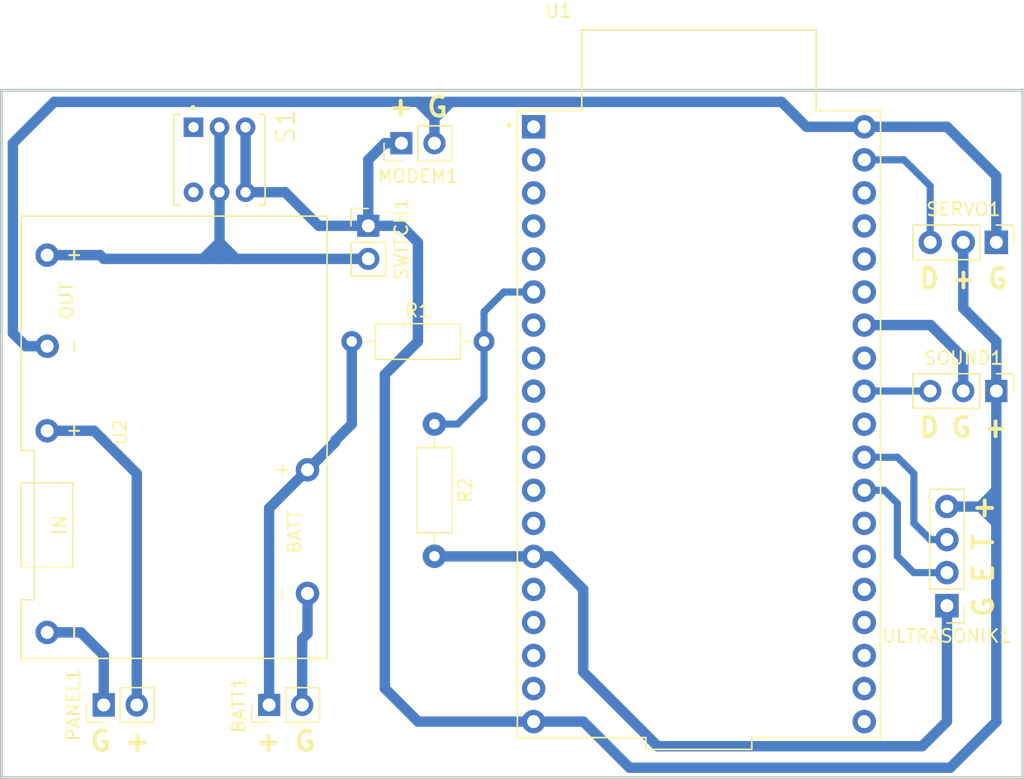
<source format=kicad_pcb>
(kicad_pcb (version 20211014) (generator pcbnew)
  (layers (0 "F.Cu" signal) (31 "B.Cu" signal) (34 "B.Paste" user) (35 "F.Paste" user) (36 "B.SilkS" user "B.Silkscreen") (37 "F.SilkS" user "F.Silkscreen") (38 "B.Mask" user) (39 "F.Mask" user) (44 "Edge.Cuts" user))
  (net 0 "")
  (net 1 "BATT+")
  (net 2 "Net-(BATT1-Pad2)")
  (net 3 "5V")
  (net 4 "GND")
  (net 5 "Net-(PANEL1-Pad1)")
  (net 6 "Net-(PANEL1-Pad2)")
  (net 7 "Net-(R1-Pad2)")
  (net 8 "SERVO")
  (net 9 "SOUND")
  (net 10 "IN5V+")
  (net 34 "ECHO")
  (net 35 "TRIG")
  (footprint "Connector_PinHeader_2.54mm:PinHeader_1x03_P2.54mm_Vertical" (layer "F.Cu") (at 162.545 104.14 -90)
    (fp_text reference "SOUND1" (at -2.54 2.525 180) (layer "F.SilkS"))
    (fp_text value "Conn_01x03")
    (fp_line (start -1.33 1.27) (end -1.33 6.41) (layer "F.SilkS") (width 0.12))
    (fp_line (start -1.33 6.41) (end 1.33 6.41) (layer "F.SilkS") (width 0.12))
    (fp_line (start -1.33 -1.33) (end 0 -1.33) (layer "F.SilkS") (width 0.12))
    (fp_line (start -1.33 1.27) (end 1.33 1.27) (layer "F.SilkS") (width 0.12))
    (fp_line (start -1.33 0) (end -1.33 -1.33) (layer "F.SilkS") (width 0.12))
    (fp_line (start 1.33 1.27) (end 1.33 6.41) (layer "F.SilkS") (width 0.12))
    (pad "1" thru_hole rect (at 0 0 270) (size 1.7 1.7) (drill 1) (layers *.Cu *.Mask) (net 3 "5V"))
    (pad "2" thru_hole oval (at 0 2.54 270) (size 1.7 1.7) (drill 1) (layers *.Cu *.Mask) (net 4 "GND"))
    (pad "3" thru_hole oval (at 0 5.08 270) (size 1.7 1.7) (drill 1) (layers *.Cu *.Mask) (net 9 "SOUND"))
  )
  (footprint "Resistor_THT:R_Axial_DIN0207_L6.3mm_D2.5mm_P10.16mm_Horizontal" (layer "F.Cu") (at 119.38 106.68 -90)
    (fp_text reference "R2" (at 5.08 -2.37 90) (layer "F.SilkS"))
    (fp_text value "560R")
    (fp_line (start 1.81 1.37) (end 8.35 1.37) (layer "F.SilkS") (width 0.12))
    (fp_line (start 8.35 -1.37) (end 1.81 -1.37) (layer "F.SilkS") (width 0.12))
    (fp_line (start 1.81 -1.37) (end 1.81 1.37) (layer "F.SilkS") (width 0.12))
    (fp_line (start 1.04 0) (end 1.81 0) (layer "F.SilkS") (width 0.12))
    (fp_line (start 9.12 0) (end 8.35 0) (layer "F.SilkS") (width 0.12))
    (fp_line (start 8.35 1.37) (end 8.35 -1.37) (layer "F.SilkS") (width 0.12))
    (pad "1" thru_hole circle (at 0 0 270) (size 1.8 1.8) (drill 0.8) (layers *.Cu *.Mask) (net 7 "Net-(R1-Pad2)"))
    (pad "2" thru_hole circle (at 10.16 0 270) (size 1.8 1.8) (drill 0.8) (layers *.Cu *.Mask) (net 4 "GND"))
  )
  (footprint "Connector_PinHeader_2.54mm:PinHeader_1x02_P2.54mm_Vertical" (layer "F.Cu") (at 106.68 128.27 90)
    (fp_text reference "BATT1" (at 0 -2.33 90) (layer "F.SilkS"))
    (fp_text value "Conn_01x02")
    (fp_line (start -1.33 -1.33) (end 0 -1.33) (layer "F.SilkS") (width 0.12))
    (fp_line (start -1.33 3.87) (end 1.33 3.87) (layer "F.SilkS") (width 0.12))
    (fp_line (start 1.33 1.27) (end 1.33 3.87) (layer "F.SilkS") (width 0.12))
    (fp_line (start -1.33 1.27) (end -1.33 3.87) (layer "F.SilkS") (width 0.12))
    (fp_line (start -1.33 0) (end -1.33 -1.33) (layer "F.SilkS") (width 0.12))
    (fp_line (start -1.33 1.27) (end 1.33 1.27) (layer "F.SilkS") (width 0.12))
    (pad "1" thru_hole rect (at 0 0 90) (size 1.7 1.7) (drill 1) (layers *.Cu *.Mask) (net 1 "BATT+"))
    (pad "2" thru_hole oval (at 0 2.54 90) (size 1.7 1.7) (drill 1) (layers *.Cu *.Mask) (net 2 "Net-(BATT1-Pad2)"))
  )
  (footprint "Connector_PinHeader_2.54mm:PinHeader_1x02_P2.54mm_Vertical" (layer "F.Cu") (at 116.84 85.09 90)
    (fp_text reference "MODEM1" (at -2.54 1.27 180) (layer "F.SilkS"))
    (fp_text value "Conn_01x02")
    (fp_line (start -1.33 3.87) (end 1.33 3.87) (layer "F.SilkS") (width 0.12))
    (fp_line (start 1.33 1.27) (end 1.33 3.87) (layer "F.SilkS") (width 0.12))
    (fp_line (start -1.33 -1.33) (end 0 -1.33) (layer "F.SilkS") (width 0.12))
    (fp_line (start -1.33 0) (end -1.33 -1.33) (layer "F.SilkS") (width 0.12))
    (fp_line (start -1.33 1.27) (end -1.33 3.87) (layer "F.SilkS") (width 0.12))
    (fp_line (start -1.33 1.27) (end 1.33 1.27) (layer "F.SilkS") (width 0.12))
    (pad "1" thru_hole rect (at 0 0 90) (size 1.7 1.7) (drill 1) (layers *.Cu *.Mask) (net 3 "5V"))
    (pad "2" thru_hole oval (at 0 2.54 90) (size 1.7 1.7) (drill 1) (layers *.Cu *.Mask) (net 4 "GND"))
  )
  (footprint "Library_Sendiri:M-TP4056+MT3608" (layer "F.Cu") (at 102.87 107.315 90)
    (fp_text reference "U2" (at 0 -7.62 90 unlocked) (layer "F.SilkS"))
    (fp_text value "M-TP4056+MT3608")
    (fp_text user "-" (at 6.62 -11.24 90 unlocked) (layer "F.SilkS"))
    (fp_text user "+" (at -2.88 4.76 90 unlocked) (layer "F.SilkS"))
    (fp_text user "+" (at 0.12 -11.24 90 unlocked) (layer "F.SilkS"))
    (fp_text user "OUT" (at 10.12 -11.74 90 unlocked) (layer "F.SilkS"))
    (fp_text user "IN" (at -7.13 -12.24 90 unlocked) (layer "F.SilkS"))
    (fp_text user "-" (at -12.38 4.76 90 unlocked) (layer "F.SilkS"))
    (fp_text user "-" (at -15.38 -11.24 90 unlocked) (layer "F.SilkS"))
    (fp_text user "+" (at 13.62 -11.24 90 unlocked) (layer "F.SilkS"))
    (fp_text user "BATT" (at -7.63 5.76 90 unlocked) (layer "F.SilkS"))
    (fp_line (start -17.38 8.26) (end 16.62 8.26) (layer "F.SilkS") (width 0.12))
    (fp_line (start -17.38 -15.24) (end -17.38 8.26) (layer "F.SilkS") (width 0.12))
    (fp_line (start -1.38 -15.24) (end -1.38 -14.24) (layer "F.SilkS") (width 0.12))
    (fp_line (start 16.62 -15.24) (end -1.38 -15.24) (layer "F.SilkS") (width 0.12))
    (fp_line (start -1.38 -14.24) (end -12.88 -14.24) (layer "F.SilkS") (width 0.12))
    (fp_line (start -3.88 -15.24) (end -3.88 -11.24) (layer "F.SilkS") (width 0.12))
    (fp_line (start -10.38 -11.24) (end -10.38 -15.24) (layer "F.SilkS") (width 0.12))
    (fp_line (start -3.88 -11.24) (end -10.38 -11.24) (layer "F.SilkS") (width 0.12))
    (fp_line (start -12.88 -14.24) (end -12.88 -15.24) (layer "F.SilkS") (width 0.12))
    (fp_line (start 16.62 8.26) (end 16.62 -15.24) (layer "F.SilkS") (width 0.12))
    (fp_line (start -10.38 -15.24) (end -3.88 -15.24) (layer "F.SilkS") (width 0.12))
    (fp_line (start -12.88 -15.24) (end -17.38 -15.24) (layer "F.SilkS") (width 0.12))
    (pad "1" thru_hole circle (at 0.12 -13.24 90) (size 1.8 1.8) (drill 1) (layers *.Cu *.Mask) (net 6 "Net-(PANEL1-Pad2)"))
    (pad "2" thru_hole circle (at -15.38 -13.24 90) (size 1.8 1.8) (drill 1) (layers *.Cu *.Mask) (net 5 "Net-(PANEL1-Pad1)"))
    (pad "3" thru_hole circle (at -2.88 6.76 90) (size 1.8 1.8) (drill 1) (layers *.Cu *.Mask) (net 1 "BATT+"))
    (pad "4" thru_hole circle (at -12.38 6.76 90) (size 1.8 1.8) (drill 1) (layers *.Cu *.Mask) (net 2 "Net-(BATT1-Pad2)"))
    (pad "5" thru_hole circle (at 13.62 -13.24 90) (size 1.8 1.8) (drill 1) (layers *.Cu *.Mask) (net 10 "IN5V+"))
    (pad "6" thru_hole circle (at 6.62 -13.24 90) (size 1.8 1.8) (drill 1) (layers *.Cu *.Mask) (net 4 "GND"))
  )
  (footprint "Connector_PinHeader_2.54mm:PinHeader_1x02_P2.54mm_Vertical" (layer "F.Cu") (at 93.975 128.27 90)
    (fp_text reference "PANEL1" (at 0 -2.33 90) (layer "F.SilkS"))
    (fp_text value "Conn_01x02")
    (fp_line (start -1.33 3.87) (end 1.33 3.87) (layer "F.SilkS") (width 0.12))
    (fp_line (start 1.33 1.27) (end 1.33 3.87) (layer "F.SilkS") (width 0.12))
    (fp_line (start -1.33 1.27) (end -1.33 3.87) (layer "F.SilkS") (width 0.12))
    (fp_line (start -1.33 1.27) (end 1.33 1.27) (layer "F.SilkS") (width 0.12))
    (fp_line (start -1.33 -1.33) (end 0 -1.33) (layer "F.SilkS") (width 0.12))
    (fp_line (start -1.33 0) (end -1.33 -1.33) (layer "F.SilkS") (width 0.12))
    (pad "1" thru_hole rect (at 0 0 90) (size 1.8 1.7) (drill 1) (layers *.Cu *.Mask) (net 5 "Net-(PANEL1-Pad1)"))
    (pad "2" thru_hole oval (at 0 2.54 90) (size 1.8 1.7) (drill 1) (layers *.Cu *.Mask) (net 6 "Net-(PANEL1-Pad2)"))
  )
  (footprint "Connector_PinHeader_2.54mm:PinHeader_1x03_P2.54mm_Vertical" (layer "F.Cu") (at 162.545 92.71 -90)
    (fp_text reference "SERVO1" (at -2.54 2.525 180) (layer "F.SilkS"))
    (fp_text value "Conn_01x03")
    (fp_line (start -1.33 -1.33) (end 0 -1.33) (layer "F.SilkS") (width 0.12))
    (fp_line (start -1.33 6.41) (end 1.33 6.41) (layer "F.SilkS") (width 0.12))
    (fp_line (start 1.33 1.27) (end 1.33 6.41) (layer "F.SilkS") (width 0.12))
    (fp_line (start -1.33 1.27) (end -1.33 6.41) (layer "F.SilkS") (width 0.12))
    (fp_line (start -1.33 0) (end -1.33 -1.33) (layer "F.SilkS") (width 0.12))
    (fp_line (start -1.33 1.27) (end 1.33 1.27) (layer "F.SilkS") (width 0.12))
    (pad "1" thru_hole rect (at 0 0 270) (size 1.8 1.8) (drill 1) (layers *.Cu *.Mask) (net 4 "GND"))
    (pad "2" thru_hole oval (at 0 2.54 270) (size 1.8 1.8) (drill 1) (layers *.Cu *.Mask) (net 3 "5V"))
    (pad "3" thru_hole oval (at 0 5.08 270) (size 1.8 1.8) (drill 1) (layers *.Cu *.Mask) (net 8 "SERVO"))
  )
  (footprint "Library_Sendiri:MODULE_ESP32-DEVKITC" (layer "F.Cu") (at 139.7 106.68)
    (fp_text reference "U1" (at -10.795 -31.75) (layer "F.SilkS"))
    (fp_text value "ESP32-DEVKITC")
    (fp_line (start 4.06 24.1) (end 13.95 24.1) (layer "F.SilkS") (width 0.127))
    (fp_line (start 13.95 24.1) (end 13.95 -24.1) (layer "F.SilkS") (width 0.127))
    (fp_line (start 13.95 -24.1) (end 9 -24.1) (layer "F.SilkS") (width 0.127))
    (fp_line (start -9 -24.1) (end -13.95 -24.1) (layer "F.SilkS") (width 0.127))
    (fp_line (start -13.95 -24.1) (end -13.95 24.1) (layer "F.SilkS") (width 0.127))
    (fp_line (start -9 -30.3) (end 9 -30.3) (layer "F.SilkS") (width 0.127))
    (fp_line (start -9 -24.1) (end -9 -30.3) (layer "F.SilkS") (width 0.127))
    (fp_line (start 9 -30.3) (end 9 -24.1) (layer "F.SilkS") (width 0.127))
    (fp_line (start -4.07 24.1) (end -4.07 25) (layer "F.SilkS") (width 0.127))
    (fp_line (start -4.07 25) (end 4.06 25) (layer "F.SilkS") (width 0.127))
    (fp_line (start -13.95 24.1) (end -4.07 24.1) (layer "F.SilkS") (width 0.127))
    (fp_line (start 4.06 25) (end 4.06 24.1) (layer "F.SilkS") (width 0.127))
    (fp_circle (center -14.57 -22.97) (end -14.47 -22.97) (layer "F.SilkS") (width 0.2) (fill none))
    (pad "1" thru_hole rect (at -12.7 -22.85) (size 1.8 1.8) (drill 1) (layers *.Cu *.Mask))
    (pad "2" thru_hole circle (at -12.7 -20.31) (size 1.8 1.8) (drill 1) (layers *.Cu *.Mask))
    (pad "3" thru_hole circle (at -12.7 -17.77) (size 1.8 1.8) (drill 1) (layers *.Cu *.Mask))
    (pad "4" thru_hole circle (at -12.7 -15.23) (size 1.8 1.8) (drill 1) (layers *.Cu *.Mask))
    (pad "5" thru_hole circle (at -12.7 -12.69) (size 1.8 1.8) (drill 1) (layers *.Cu *.Mask))
    (pad "6" thru_hole circle (at -12.7 -10.15) (size 1.8 1.8) (drill 1) (layers *.Cu *.Mask) (net 7 "Net-(R1-Pad2)"))
    (pad "7" thru_hole circle (at -12.7 -7.61) (size 1.8 1.8) (drill 1) (layers *.Cu *.Mask))
    (pad "8" thru_hole circle (at -12.7 -5.07) (size 1.8 1.8) (drill 1) (layers *.Cu *.Mask))
    (pad "9" thru_hole circle (at -12.7 -2.53) (size 1.8 1.8) (drill 1) (layers *.Cu *.Mask))
    (pad "10" thru_hole circle (at -12.7 0.01) (size 1.8 1.8) (drill 1) (layers *.Cu *.Mask))
    (pad "11" thru_hole circle (at -12.7 2.55) (size 1.8 1.8) (drill 1) (layers *.Cu *.Mask))
    (pad "12" thru_hole circle (at -12.7 5.09) (size 1.8 1.8) (drill 1) (layers *.Cu *.Mask))
    (pad "13" thru_hole circle (at -12.7 7.63) (size 1.8 1.8) (drill 1) (layers *.Cu *.Mask))
    (pad "14" thru_hole circle (at -12.7 10.17) (size 1.8 1.8) (drill 1) (layers *.Cu *.Mask) (net 4 "GND"))
    (pad "15" thru_hole circle (at -12.7 12.71) (size 1.8 1.8) (drill 1) (layers *.Cu *.Mask))
    (pad "16" thru_hole circle (at -12.7 15.25) (size 1.8 1.8) (drill 1) (layers *.Cu *.Mask))
    (pad "17" thru_hole circle (at -12.7 17.79) (size 1.8 1.8) (drill 1) (layers *.Cu *.Mask))
    (pad "18" thru_hole circle (at -12.7 20.33) (size 1.8 1.8) (drill 1) (layers *.Cu *.Mask))
    (pad "19" thru_hole circle (at -12.7 22.87) (size 1.8 1.8) (drill 1) (layers *.Cu *.Mask) (net 3 "5V"))
    (pad "20" thru_hole circle (at 12.7 22.87) (size 1.8 1.8) (drill 1) (layers *.Cu *.Mask))
    (pad "21" thru_hole circle (at 12.7 20.33) (size 1.8 1.8) (drill 1) (layers *.Cu *.Mask))
    (pad "22" thru_hole circle (at 12.7 17.79) (size 1.8 1.8) (drill 1) (layers *.Cu *.Mask))
    (pad "23" thru_hole circle (at 12.7 15.25) (size 1.8 1.8) (drill 1) (layers *.Cu *.Mask))
    (pad "24" thru_hole circle (at 12.7 12.71) (size 1.8 1.8) (drill 1) (layers *.Cu *.Mask))
    (pad "25" thru_hole circle (at 12.7 10.17) (size 1.8 1.8) (drill 1) (layers *.Cu *.Mask))
    (pad "26" thru_hole circle (at 12.7 7.63) (size 1.8 1.8) (drill 1) (layers *.Cu *.Mask))
    (pad "27" thru_hole circle (at 12.7 5.09) (size 1.8 1.8) (drill 1) (layers *.Cu *.Mask) (net 34 "ECHO"))
    (pad "28" thru_hole circle (at 12.7 2.55) (size 1.8 1.8) (drill 1) (layers *.Cu *.Mask) (net 35 "TRIG"))
    (pad "29" thru_hole circle (at 12.7 0.01) (size 1.8 1.8) (drill 1) (layers *.Cu *.Mask))
    (pad "30" thru_hole circle (at 12.7 -2.53) (size 1.8 1.8) (drill 1) (layers *.Cu *.Mask) (net 9 "SOUND"))
    (pad "31" thru_hole circle (at 12.7 -5.07) (size 1.8 1.8) (drill 1) (layers *.Cu *.Mask))
    (pad "32" thru_hole circle (at 12.7 -7.61) (size 1.8 1.8) (drill 1) (layers *.Cu *.Mask) (net 4 "GND"))
    (pad "33" thru_hole circle (at 12.7 -10.15) (size 1.8 1.8) (drill 1) (layers *.Cu *.Mask))
    (pad "34" thru_hole circle (at 12.7 -12.69) (size 1.8 1.8) (drill 1) (layers *.Cu *.Mask))
    (pad "35" thru_hole circle (at 12.7 -15.23) (size 1.8 1.8) (drill 1) (layers *.Cu *.Mask))
    (pad "36" thru_hole circle (at 12.7 -17.77) (size 1.8 1.8) (drill 1) (layers *.Cu *.Mask))
    (pad "37" thru_hole circle (at 12.7 -20.31) (size 1.8 1.8) (drill 1) (layers *.Cu *.Mask) (net 8 "SERVO"))
    (pad "38" thru_hole circle (at 12.7 -22.85) (size 1.8 1.8) (drill 1) (layers *.Cu *.Mask) (net 4 "GND"))
  )
  (footprint "Connector_PinHeader_2.54mm:PinHeader_1x02_P2.54mm_Vertical" (layer "F.Cu") (at 114.3 91.44)
    (fp_text reference "SWITCH1" (at 2.54 1.016 90) (layer "F.SilkS"))
    (fp_text value "Conn_01x02")
    (fp_line (start -1.33 1.27) (end 1.33 1.27) (layer "F.SilkS") (width 0.12))
    (fp_line (start 1.33 1.27) (end 1.33 3.87) (layer "F.SilkS") (width 0.12))
    (fp_line (start -1.33 1.27) (end -1.33 3.87) (layer "F.SilkS") (width 0.12))
    (fp_line (start -1.33 0) (end -1.33 -1.33) (layer "F.SilkS") (width 0.12))
    (fp_line (start -1.33 -1.33) (end 0 -1.33) (layer "F.SilkS") (width 0.12))
    (fp_line (start -1.33 3.87) (end 1.33 3.87) (layer "F.SilkS") (width 0.12))
    (pad "1" thru_hole rect (at 0 0) (size 1.7 1.7) (drill 1) (layers *.Cu *.Mask) (net 3 "5V"))
    (pad "2" thru_hole oval (at 0 2.54) (size 1.7 1.7) (drill 1) (layers *.Cu *.Mask) (net 10 "IN5V+"))
  )
  (footprint "Library_Sendiri:SW_TL2230OAF140" (layer "F.Cu") (at 102.87 86.36)
    (fp_text reference "S1" (at 5.08 -2.54 90) (layer "F.SilkS") (effects (font (size 1.4 1.4))))
    (fp_text value "TL2230EEF100")
    (fp_line (start -3.5 -3.5) (end -3 -3.5) (layer "F.SilkS") (width 0.127))
    (fp_line (start -3.5 3.5) (end -3 3.5) (layer "F.SilkS") (width 0.127))
    (fp_line (start 3 -3.5) (end 3.5 -3.5) (layer "F.SilkS") (width 0.127))
    (fp_line (start 3.5 -3.5) (end 3.5 3.5) (layer "F.SilkS") (width 0.127))
    (fp_line (start -3.5 3.5) (end -3.5 -3.5) (layer "F.SilkS") (width 0.127))
    (fp_line (start 3 3.5) (end 3.5 3.5) (layer "F.SilkS") (width 0.127))
    (fp_circle (center -2.04 -4) (end -1.94 -4) (layer "F.SilkS") (width 0.2) (fill none))
    (pad "1" thru_hole rect (at -2 -2.5) (size 1.5 1.5) (drill 0.8) (layers *.Cu *.Mask))
    (pad "2" thru_hole circle (at 0 -2.5) (size 1.5 1.5) (drill 0.8) (layers *.Cu *.Mask) (net 10 "IN5V+"))
    (pad "3" thru_hole circle (at 2 -2.5) (size 1.5 1.5) (drill 0.8) (layers *.Cu *.Mask) (net 3 "5V"))
    (pad "4" thru_hole circle (at -2 2.5) (size 1.5 1.5) (drill 0.8) (layers *.Cu *.Mask))
    (pad "5" thru_hole circle (at 0 2.5) (size 1.5 1.5) (drill 0.8) (layers *.Cu *.Mask) (net 10 "IN5V+"))
    (pad "6" thru_hole circle (at 2 2.5) (size 1.5 1.5) (drill 0.8) (layers *.Cu *.Mask) (net 3 "5V"))
  )
  (footprint "Resistor_THT:R_Axial_DIN0207_L6.3mm_D2.5mm_P10.16mm_Horizontal" (layer "F.Cu") (at 113.03 100.33)
    (fp_text reference "R1" (at 5.08 -2.37) (layer "F.SilkS"))
    (fp_text value "220R")
    (fp_line (start 8.35 -1.37) (end 1.81 -1.37) (layer "F.SilkS") (width 0.12))
    (fp_line (start 9.12 0) (end 8.35 0) (layer "F.SilkS") (width 0.12))
    (fp_line (start 1.04 0) (end 1.81 0) (layer "F.SilkS") (width 0.12))
    (fp_line (start 8.35 1.37) (end 8.35 -1.37) (layer "F.SilkS") (width 0.12))
    (fp_line (start 1.81 1.37) (end 8.35 1.37) (layer "F.SilkS") (width 0.12))
    (fp_line (start 1.81 -1.37) (end 1.81 1.37) (layer "F.SilkS") (width 0.12))
    (pad "1" thru_hole circle (at 0 0) (size 1.6 1.6) (drill 0.8) (layers *.Cu *.Mask) (net 1 "BATT+"))
    (pad "2" thru_hole oval (at 10.16 0) (size 1.6 1.6) (drill 0.8) (layers *.Cu *.Mask) (net 7 "Net-(R1-Pad2)"))
  )
  (footprint "Connector_PinHeader_2.54mm:PinHeader_1x04_P2.54mm_Vertical" (layer "F.Cu") (at 158.75 120.64 180)
    (fp_text reference "ULTRASONIK1" (at 0 -2.33) (layer "F.SilkS"))
    (fp_text value "Conn_01x04")
    (fp_line (start 1.33 1.27) (end 1.33 8.95) (layer "F.SilkS") (width 0.12))
    (fp_line (start -1.33 0) (end -1.33 -1.33) (layer "F.SilkS") (width 0.12))
    (fp_line (start -1.33 8.95) (end 1.33 8.95) (layer "F.SilkS") (width 0.12))
    (fp_line (start -1.33 1.27) (end -1.33 8.95) (layer "F.SilkS") (width 0.12))
    (fp_line (start -1.33 -1.33) (end 0 -1.33) (layer "F.SilkS") (width 0.12))
    (fp_line (start -1.33 1.27) (end 1.33 1.27) (layer "F.SilkS") (width 0.12))
    (pad "1" thru_hole rect (at 0 0 180) (size 1.8 1.8) (drill 1) (layers *.Cu *.Mask) (net 4 "GND"))
    (pad "2" thru_hole circle (at 0 2.54 180) (size 1.8 1.8) (drill 1) (layers *.Cu *.Mask) (net 34 "ECHO"))
    (pad "3" thru_hole circle (at 0 5.08 180) (size 1.8 1.8) (drill 1) (layers *.Cu *.Mask) (net 35 "TRIG"))
    (pad "4" thru_hole circle (at 0 7.62 180) (size 1.8 1.8) (drill 1) (layers *.Cu *.Mask) (net 3 "5V"))
  )
  (gr_line (start 86.106 81.026) (end 86.106 133.858) (layer "B.Cu") (width 0.2))
  (gr_line (start 86.106 133.858) (end 164.592 133.858) (layer "B.Cu") (width 0.2))
  (gr_line (start 164.592 133.858) (end 164.592 81.026) (layer "B.Cu") (width 0.2))
  (gr_line (start 164.592 81.026) (end 86.106 81.026) (layer "B.Cu") (width 0.2))
  (gr_line (start 86.106 81.026) (end 86.106 133.858) (layer "F.SilkS") (width 0.15))
  (gr_line (start 86.106 133.858) (end 164.592 133.858) (layer "F.SilkS") (width 0.15))
  (gr_line (start 164.592 81.026) (end 86.106 81.026) (layer "F.SilkS") (width 0.15))
  (gr_line (start 164.592 133.858) (end 164.592 81.026) (layer "F.SilkS") (width 0.15))
  (gr_line (start 86.106 133.858) (end 164.592 133.858) (layer "Edge.Cuts") (width 0.1))
  (gr_line (start 86.106 81.026) (end 86.106 133.858) (layer "Edge.Cuts") (width 0.1))
  (gr_line (start 164.592 81.026) (end 86.106 81.026) (layer "Edge.Cuts") (width 0.1))
  (gr_line (start 164.592 133.858) (end 164.592 81.026) (layer "Edge.Cuts") (width 0.1))
  (gr_text "D + G" (at 160.02 95.504) (layer "F.SilkS") (effects (font (size 1.5 1.4) (thickness 0.3))))
  (gr_text "G E T +" (at 161.544 116.84 90) (layer "F.SilkS") (effects (font (size 1.5 1.5) (thickness 0.3))))
  (gr_text "+ G" (at 107.95 131.064) (layer "F.SilkS") (effects (font (size 1.5 1.5) (thickness 0.3))))
  (gr_text "D G +" (at 160.02 106.934) (layer "F.SilkS") (effects (font (size 1.5 1.4) (thickness 0.3))))
  (gr_text "G +" (at 95.25 131.064) (layer "F.SilkS") (effects (font (size 1.5 1.5) (thickness 0.3))))
  (gr_text "+ G" (at 118.11 82.296) (layer "F.SilkS") (effects (font (size 1.5 1.5) (thickness 0.3))))
  (segment (start 113.03 106.68) (end 113.03 100.33) (width 0.8) (layer "B.Cu") (net 1))
  (segment (start 109.63 110.195) (end 111.76 108.065) (width 0.8) (layer "B.Cu") (net 1))
  (segment (start 106.68 113.145) (end 109.63 110.195) (width 0.8) (layer "B.Cu") (net 1))
  (segment (start 106.68 128.27) (end 106.68 113.145) (width 0.8) (layer "B.Cu") (net 1))
  (segment (start 111.76 107.95) (end 113.03 106.68) (width 0.8) (layer "B.Cu") (net 1))
  (segment (start 111.76 108.065) (end 111.76 107.95) (width 0.8) (layer "B.Cu") (net 1))
  (segment (start 109.22 123.19) (end 109.22 128.27) (width 0.8) (layer "B.Cu") (net 2))
  (segment (start 109.63 119.695) (end 109.63 122.78) (width 0.8) (layer "B.Cu") (net 2))
  (segment (start 109.63 122.78) (end 109.22 123.19) (width 0.8) (layer "B.Cu") (net 2))
  (segment (start 118.12 129.55) (end 127 129.55) (width 0.8) (layer "B.Cu") (net 3))
  (segment (start 130.82 129.55) (end 134.366 133.096) (width 0.8) (layer "B.Cu") (net 3))
  (segment (start 161.3 113.02) (end 162.52 113.02) (width 0.8) (layer "B.Cu") (net 3))
  (segment (start 162.56 129.54) (end 162.545 129.525) (width 0.8) (layer "B.Cu") (net 3))
  (segment (start 162.545 111.775) (end 161.3 113.02) (width 0.8) (layer "B.Cu") (net 3))
  (segment (start 104.87 88.86) (end 107.91 88.86) (width 0.8) (layer "B.Cu") (net 3))
  (segment (start 115.57 102.87) (end 115.57 127) (width 0.8) (layer "B.Cu") (net 3))
  (segment (start 114.3 91.44) (end 116.84 91.44) (width 0.8) (layer "B.Cu") (net 3))
  (segment (start 115.57 85.09) (end 114.3 86.36) (width 0.8) (layer "B.Cu") (net 3))
  (segment (start 162.52 113.02) (end 162.545 113.045) (width 0.8) (layer "B.Cu") (net 3))
  (segment (start 104.87 83.86) (end 104.87 88.86) (width 0.8) (layer "B.Cu") (net 3))
  (segment (start 116.84 85.09) (end 115.57 85.09) (width 0.8) (layer "B.Cu") (net 3))
  (segment (start 114.3 86.36) (end 114.3 91.44) (width 0.8) (layer "B.Cu") (net 3))
  (segment (start 161.3 113.04) (end 162.545 114.285) (width 0.8) (layer "B.Cu") (net 3))
  (segment (start 127 129.55) (end 130.82 129.55) (width 0.8) (layer "B.Cu") (net 3))
  (segment (start 118.11 92.71) (end 118.11 100.33) (width 0.8) (layer "B.Cu") (net 3))
  (segment (start 162.545 111.775) (end 162.545 104.14) (width 0.8) (layer "B.Cu") (net 3))
  (segment (start 162.545 129.525) (end 162.545 114.285) (width 0.8) (layer "B.Cu") (net 3))
  (segment (start 160.005 97.775) (end 160.005 92.71) (width 0.8) (layer "B.Cu") (net 3))
  (segment (start 162.545 104.14) (end 162.545 100.315) (width 0.8) (layer "B.Cu") (net 3))
  (segment (start 159.004 133.096) (end 162.56 129.54) (width 0.8) (layer "B.Cu") (net 3))
  (segment (start 161.3 113.02) (end 161.3 113.04) (width 0.8) (layer "B.Cu") (net 3))
  (segment (start 116.84 91.44) (end 118.11 92.71) (width 0.8) (layer "B.Cu") (net 3))
  (segment (start 115.57 127) (end 118.12 129.55) (width 0.8) (layer "B.Cu") (net 3))
  (segment (start 162.545 100.315) (end 160.005 97.775) (width 0.8) (layer "B.Cu") (net 3))
  (segment (start 134.366 133.096) (end 159.004 133.096) (width 0.8) (layer "B.Cu") (net 3))
  (segment (start 162.545 113.045) (end 162.545 111.775) (width 0.8) (layer "B.Cu") (net 3))
  (segment (start 118.11 100.33) (end 115.57 102.87) (width 0.8) (layer "B.Cu") (net 3))
  (segment (start 158.75 113.02) (end 161.3 113.02) (width 0.8) (layer "B.Cu") (net 3))
  (segment (start 107.91 88.86) (end 110.49 91.44) (width 0.8) (layer "B.Cu") (net 3))
  (segment (start 162.545 114.285) (end 162.545 113.045) (width 0.8) (layer "B.Cu") (net 3))
  (segment (start 110.49 91.44) (end 114.3 91.44) (width 0.8) (layer "B.Cu") (net 3))
  (segment (start 119.38 83.185) (end 118.11 81.915) (width 0.8) (layer "B.Cu") (net 4))
  (segment (start 152.4 83.83) (end 158.76 83.83) (width 0.8) (layer "B.Cu") (net 4))
  (segment (start 157.47 99.07) (end 152.4 99.07) (width 0.8) (layer "B.Cu") (net 4))
  (segment (start 136.525 131.445) (end 130.81 125.73) (width 0.8) (layer "B.Cu") (net 4))
  (segment (start 119.38 85.09) (end 119.38 83.185) (width 0.8) (layer "B.Cu") (net 4))
  (segment (start 147.965 83.83) (end 152.4 83.83) (width 0.8) (layer "B.Cu") (net 4))
  (segment (start 127 116.85) (end 119.39 116.85) (width 0.8) (layer "B.Cu") (net 4))
  (segment (start 120.65 81.915) (end 130.175 81.915) (width 0.8) (layer "B.Cu") (net 4))
  (segment (start 90.17 81.915) (end 118.11 81.915) (width 0.8) (layer "B.Cu") (net 4))
  (segment (start 157.48 99.06) (end 157.47 99.07) (width 0.8) (layer "B.Cu") (net 4))
  (segment (start 118.11 81.915) (end 119.38 81.915) (width 0.8) (layer "B.Cu") (net 4))
  (segment (start 87.995 100.695) (end 86.995 99.695) (width 0.8) (layer "B.Cu") (net 4))
  (segment (start 120.65 81.915) (end 119.38 83.185) (width 0.8) (layer "B.Cu") (net 4))
  (segment (start 127 116.85) (end 128.26 116.85) (width 0.8) (layer "B.Cu") (net 4))
  (segment (start 160.005 104.14) (end 160.005 101.585) (width 0.8) (layer "B.Cu") (net 4))
  (segment (start 119.39 116.85) (end 119.38 116.84) (width 0.8) (layer "B.Cu") (net 4))
  (segment (start 131.445 81.915) (end 146.05 81.915) (width 0.8) (layer "B.Cu") (net 4))
  (segment (start 128.26 116.85) (end 128.27 116.84) (width 0.8) (layer "B.Cu") (net 4))
  (segment (start 86.995 99.695) (end 86.995 85.09) (width 0.8) (layer "B.Cu") (net 4))
  (segment (start 119.38 83.185) (end 119.38 81.915) (width 0.8) (layer "B.Cu") (net 4))
  (segment (start 158.76 83.83) (end 160.02 85.09) (width 0.8) (layer "B.Cu") (net 4))
  (segment (start 160.005 101.585) (end 157.48 99.06) (width 0.8) (layer "B.Cu") (net 4))
  (segment (start 146.05 81.915) (end 147.965 83.83) (width 0.8) (layer "B.Cu") (net 4))
  (segment (start 89.63 100.695) (end 87.995 100.695) (width 0.8) (layer "B.Cu") (net 4))
  (segment (start 158.75 120.64) (end 158.75 129.54) (width 0.8) (layer "B.Cu") (net 4))
  (segment (start 156.845 131.445) (end 136.525 131.445) (width 0.8) (layer "B.Cu") (net 4))
  (segment (start 130.81 125.73) (end 130.81 119.38) (width 0.8) (layer "B.Cu") (net 4))
  (segment (start 86.995 85.09) (end 90.17 81.915) (width 0.8) (layer "B.Cu") (net 4))
  (segment (start 158.75 129.54) (end 156.845 131.445) (width 0.8) (layer "B.Cu") (net 4))
  (segment (start 162.545 87.615) (end 160.02 85.09) (width 0.8) (layer "B.Cu") (net 4))
  (segment (start 119.38 81.915) (end 120.65 81.915) (width 0.8) (layer "B.Cu") (net 4))
  (segment (start 162.545 92.71) (end 162.545 87.615) (width 0.8) (layer "B.Cu") (net 4))
  (segment (start 130.175 81.915) (end 131.445 81.915) (width 0.8) (layer "B.Cu") (net 4))
  (segment (start 130.81 119.38) (end 128.27 116.84) (width 0.8) (layer "B.Cu") (net 4))
  (segment (start 89.63 122.695) (end 92.215 122.695) (width 0.8) (layer "B.Cu") (net 5))
  (segment (start 93.98 124.46) (end 93.975 124.465) (width 0.8) (layer "B.Cu") (net 5))
  (segment (start 92.215 122.695) (end 93.98 124.46) (width 0.8) (layer "B.Cu") (net 5))
  (segment (start 93.975 124.465) (end 93.975 128.27) (width 0.8) (layer "B.Cu") (net 5))
  (segment (start 96.515 110.485) (end 93.98 107.95) (width 0.8) (layer "B.Cu") (net 6))
  (segment (start 96.515 128.27) (end 96.515 110.485) (width 0.8) (layer "B.Cu") (net 6))
  (segment (start 89.63 107.195) (end 93.225 107.195) (width 0.8) (layer "B.Cu") (net 6))
  (segment (start 93.225 107.195) (end 93.98 107.95) (width 0.8) (layer "B.Cu") (net 6))
  (segment (start 123.19 104.648) (end 123.19 100.33) (width 0.55) (layer "B.Cu") (net 7))
  (segment (start 124.704 96.53) (end 123.19 98.044) (width 0.55) (layer "B.Cu") (net 7))
  (segment (start 123.19 98.044) (end 123.19 100.33) (width 0.55) (layer "B.Cu") (net 7))
  (segment (start 127 96.53) (end 124.704 96.53) (width 0.55) (layer "B.Cu") (net 7))
  (segment (start 119.38 106.68) (end 121.158 106.68) (width 0.55) (layer "B.Cu") (net 7))
  (segment (start 121.158 106.68) (end 123.19 104.648) (width 0.55) (layer "B.Cu") (net 7))
  (segment (start 155.438 86.37) (end 152.4 86.37) (width 0.55) (layer "B.Cu") (net 8))
  (segment (start 157.465 92.71) (end 157.465 88.377) (width 0.55) (layer "B.Cu") (net 8))
  (segment (start 157.465 88.377) (end 155.448 86.36) (width 0.55) (layer "B.Cu") (net 8))
  (segment (start 155.448 86.36) (end 155.438 86.37) (width 0.55) (layer "B.Cu") (net 8))
  (segment (start 152.41 104.14) (end 152.4 104.15) (width 0.55) (layer "B.Cu") (net 9))
  (segment (start 157.465 104.14) (end 152.41 104.14) (width 0.55) (layer "B.Cu") (net 9))
  (segment (start 102.87 83.86) (end 102.87 88.86) (width 0.8) (layer "B.Cu") (net 10))
  (segment (start 89.63 93.695) (end 93.695 93.695) (width 0.8) (layer "B.Cu") (net 10))
  (segment (start 102.87 93.98) (end 101.6 93.98) (width 0.8) (layer "B.Cu") (net 10))
  (segment (start 102.87 88.86) (end 102.87 92.71) (width 0.8) (layer "B.Cu") (net 10))
  (segment (start 101.6 93.98) (end 102.87 92.71) (width 0.8) (layer "B.Cu") (net 10))
  (segment (start 101.6 93.98) (end 93.98 93.98) (width 0.8) (layer "B.Cu") (net 10))
  (segment (start 93.695 93.695) (end 93.98 93.98) (width 0.8) (layer "B.Cu") (net 10))
  (segment (start 104.14 93.98) (end 102.87 93.98) (width 0.8) (layer "B.Cu") (net 10))
  (segment (start 102.87 92.71) (end 104.14 93.98) (width 0.8) (layer "B.Cu") (net 10))
  (segment (start 102.87 92.71) (end 102.87 93.98) (width 0.8) (layer "B.Cu") (net 10))
  (segment (start 114.3 93.98) (end 104.14 93.98) (width 0.8) (layer "B.Cu") (net 10))
  (segment (start 154.94 116.84) (end 154.94 112.776) (width 0.55) (layer "B.Cu") (net 34))
  (segment (start 153.914 111.77) (end 152.4 111.77) (width 0.55) (layer "B.Cu") (net 34))
  (segment (start 154.94 112.776) (end 153.924 111.76) (width 0.55) (layer "B.Cu") (net 34))
  (segment (start 158.75 118.1) (end 156.2 118.1) (width 0.55) (layer "B.Cu") (net 34))
  (segment (start 156.2 118.1) (end 154.94 116.84) (width 0.55) (layer "B.Cu") (net 34))
  (segment (start 153.924 111.76) (end 153.914 111.77) (width 0.55) (layer "B.Cu") (net 34))
  (segment (start 154.94 109.22) (end 154.93 109.23) (width 0.55) (layer "B.Cu") (net 35))
  (segment (start 158.75 115.56) (end 157.47 115.56) (width 0.55) (layer "B.Cu") (net 35))
  (segment (start 154.93 109.23) (end 152.4 109.23) (width 0.55) (layer "B.Cu") (net 35))
  (segment (start 157.47 115.56) (end 156.21 114.3) (width 0.55) (layer "B.Cu") (net 35))
  (segment (start 156.21 114.3) (end 156.21 110.49) (width 0.55) (layer "B.Cu") (net 35))
  (segment (start 156.21 110.49) (end 154.94 109.22) (width 0.55) (layer "B.Cu") (net 35))
)
</source>
